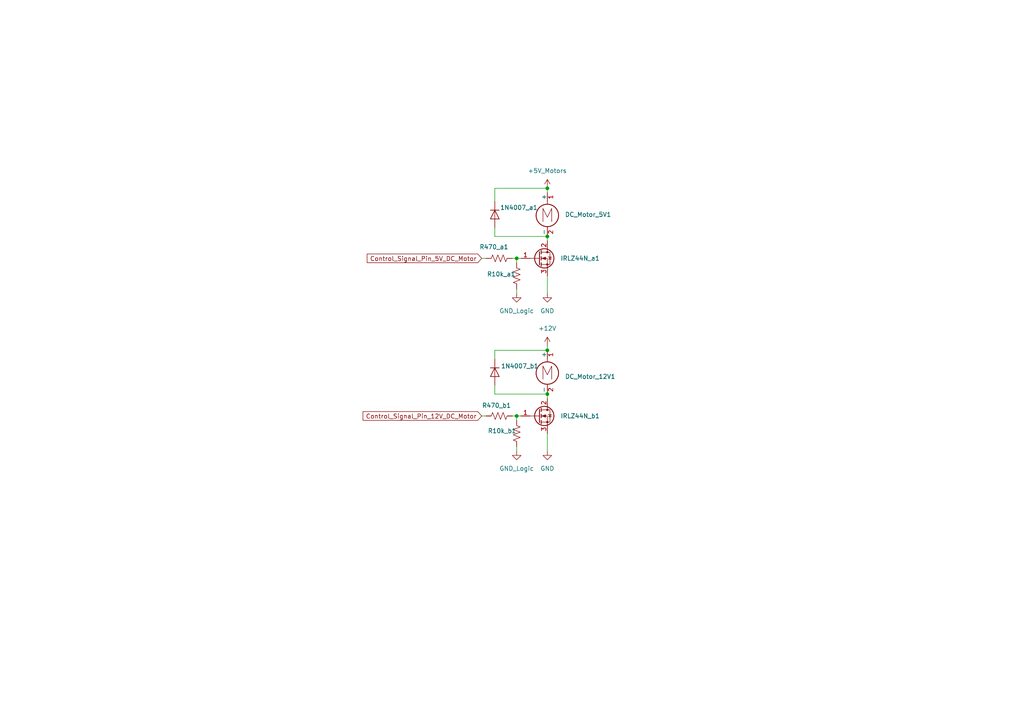
<source format=kicad_sch>
(kicad_sch (version 20231120) (generator "eeschema") (generator_version "8.0")
  (paper "A4")
  (lib_symbols
    (symbol "Device:R_US" (pin_numbers hide) (pin_names (offset 0))
      (property "Reference" "R" (at 2.54 0 90))
      (property "Value" "R_US" (at -2.54 0 90))
      (symbol "R_US_0_1"
        (polyline (pts (xy 0 -2.286) (xy 0 -2.54)))
        (polyline (pts (xy 0 2.286) (xy 0 2.54)))
        (polyline (pts (xy 0 -0.762) (xy 1.016 -1.143) (xy 0 -1.524) (xy -1.016 -1.905) (xy 0 -2.286)))
        (polyline (pts (xy 0 0.762) (xy 1.016 0.381) (xy 0 0) (xy -1.016 -0.381) (xy 0 -0.762)))
        (polyline (pts (xy 0 2.286) (xy 1.016 1.905) (xy 0 1.524) (xy -1.016 1.143) (xy 0 0.762)))
      )
      (symbol "R_US_1_1"
        (pin passive line (at 0 3.81 270) (length 1.27) (name "~") (number "1"))
        (pin passive line (at 0 -3.81 90) (length 1.27) (name "~") (number "2"))
      )
    )
    (symbol "Diode:1N4007" (pin_numbers hide) (pin_names (offset 1.016) hide)
      (property "Reference" "D" (at 0 2.54 0))
      (property "Value" "1N4007" (at 0 -2.54 0))
      (symbol "1N4007_0_1"
        (polyline (pts (xy -1.27 1.27) (xy -1.27 -1.27)) (stroke (width 0.2032)))
        (polyline (pts (xy 1.27 0) (xy -1.27 0)))
        (polyline (pts (xy 1.27 1.27) (xy 1.27 -1.27) (xy -1.27 0) (xy 1.27 1.27)) (stroke (width 0.2032)))
      )
      (symbol "1N4007_1_1"
        (pin passive line (at -3.81 0 0) (length 2.54) (name "K") (number "1"))
        (pin passive line (at 3.81 0 180) (length 2.54) (name "A") (number "2"))
      )
    )
    (symbol "Motor:Motor_DC" (pin_names (offset 0))
      (property "Reference" "M" (at 2.54 2.54 0))
      (property "Value" "Motor_DC" (at 2.54 -5.08 0))
      (symbol "Motor_DC_0_0"
        (polyline (pts (xy -1.27 -3.302) (xy -1.27 0.508) (xy 0 -2.032) (xy 1.27 0.508) (xy 1.27 -3.302)))
      )
      (symbol "Motor_DC_0_1"
        (circle (center 0 -1.524) (radius 3.2512) (stroke (width 0.254)))
        (polyline (pts (xy 0 -7.62) (xy 0 -7.112)))
        (polyline (pts (xy 0 -4.7752) (xy 0 -5.1816)))
        (polyline (pts (xy 0 1.7272) (xy 0 2.0828)))
        (polyline (pts (xy 0 2.032) (xy 0 2.54)))
      )
      (symbol "Motor_DC_1_1"
        (pin passive line (at 0 5.08 270) (length 2.54) (name "+") (number "1"))
        (pin passive line (at 0 -7.62 90) (length 2.54) (name "-") (number "2"))
      )
    )
    (symbol "Transistor_FET:IRLZ44N" (pin_names hide)
      (property "Reference" "Q" (at 6.35 1.905 0))
      (property "Value" "IRLZ44N" (at 6.35 0 0))
      (symbol "IRLZ44N_0_1"
        (polyline (pts (xy 0.254 0) (xy -2.54 0)))
        (polyline (pts (xy 0.254 1.905) (xy 0.254 -1.905)) (stroke (width 0.254)))
        (polyline (pts (xy 0.762 -1.27) (xy 0.762 -2.286)) (stroke (width 0.254)))
        (polyline (pts (xy 0.762 0.508) (xy 0.762 -0.508)) (stroke (width 0.254)))
        (polyline (pts (xy 0.762 2.286) (xy 0.762 1.27)) (stroke (width 0.254)))
        (polyline (pts (xy 2.54 2.54) (xy 2.54 1.778)))
        (polyline (pts (xy 2.54 -2.54) (xy 2.54 0) (xy 0.762 0)))
        (polyline (pts (xy 0.762 -1.778) (xy 3.302 -1.778) (xy 3.302 1.778) (xy 0.762 1.778)))
        (polyline (pts (xy 1.016 0) (xy 2.032 0.381) (xy 2.032 -0.381) (xy 1.016 0)) (fill (type outline)))
        (polyline (pts (xy 2.794 0.508) (xy 2.921 0.381) (xy 3.683 0.381) (xy 3.81 0.254)))
        (polyline (pts (xy 3.302 0.381) (xy 2.921 -0.254) (xy 3.683 -0.254) (xy 3.302 0.381)))
        (circle (center 1.651 0) (radius 2.794) (stroke (width 0.254)))
        (circle (center 2.54 -1.778) (radius 0.254) (fill (type outline)))
        (circle (center 2.54 1.778) (radius 0.254) (fill (type outline)))
      )
      (symbol "IRLZ44N_1_1"
        (pin input line (at -5.08 0 0) (length 2.54) (name "G") (number "1"))
        (pin passive line (at 2.54 5.08 270) (length 2.54) (name "D") (number "2"))
        (pin passive line (at 2.54 -5.08 90) (length 2.54) (name "S") (number "3"))
      )
    )
    (symbol "power:+5V" (power) (pin_names (offset 0))
      (property "Value" "+5V" (at 0 3.556 0))
      (symbol "+5V_0_1"
        (polyline (pts (xy -0.762 1.27) (xy 0 2.54)))
        (polyline (pts (xy 0 0) (xy 0 2.54)))
        (polyline (pts (xy 0 2.54) (xy 0.762 1.27)))
      )
      (symbol "+5V_1_1"
        (pin power_in line (at 0 0 90) (length 0) hide (name "+5V") (number "1"))
      )
    )
    (symbol "power:GND" (power) (pin_names (offset 0))
      (property "Value" "GND" (at 0 -3.81 0))
      (symbol "GND_0_1"
        (polyline (pts (xy 0 0) (xy 0 -1.27) (xy 1.27 -1.27) (xy 0 -2.54) (xy -1.27 -1.27) (xy 0 -1.27)))
      )
      (symbol "GND_1_1"
        (pin power_in line (at 0 0 270) (length 0) hide (name "GND") (number "1"))
      )
    )
  )
  (junction (at 149.86 74.93))
  (junction (at 158.75 68.58))
  (junction (at 158.75 54.61))
  (junction (at 149.86 120.65))
  (junction (at 158.75 114.3))
  (junction (at 158.75 101.6))
  (wire (pts (xy 143.51 101.6) (xy 158.75 101.6)))
  (wire (pts (xy 158.75 80.01) (xy 158.75 85.09)))
  (wire (pts (xy 158.75 54.61) (xy 158.75 55.88)))
  (wire (pts (xy 158.75 68.58) (xy 158.75 69.85)))
  (wire (pts (xy 139.7 120.65) (xy 140.97 120.65)))
  (wire (pts (xy 143.51 66.04) (xy 143.51 68.58)))
  (wire (pts (xy 139.7 74.93) (xy 140.97 74.93)))
  (wire (pts (xy 148.59 74.93) (xy 149.86 74.93)))
  (wire (pts (xy 149.86 129.54) (xy 149.86 130.81)))
  (wire (pts (xy 143.51 114.3) (xy 158.75 114.3)))
  (wire (pts (xy 148.59 120.65) (xy 149.86 120.65)))
  (wire (pts (xy 143.51 111.76) (xy 143.51 114.3)))
  (wire (pts (xy 149.86 83.82) (xy 149.86 85.09)))
  (wire (pts (xy 143.51 68.58) (xy 158.75 68.58)))
  (wire (pts (xy 158.75 125.73) (xy 158.75 130.81)))
  (wire (pts (xy 149.86 120.65) (xy 149.86 121.92)))
  (wire (pts (xy 143.51 58.42) (xy 143.51 54.61)))
  (wire (pts (xy 143.51 104.14) (xy 143.51 101.6)))
  (wire (pts (xy 149.86 74.93) (xy 149.86 76.2)))
  (wire (pts (xy 149.86 120.65) (xy 151.13 120.65)))
  (wire (pts (xy 158.75 114.3) (xy 158.75 115.57)))
  (wire (pts (xy 158.75 100.33) (xy 158.75 101.6)))
  (wire (pts (xy 149.86 74.93) (xy 151.13 74.93)))
  (wire (pts (xy 143.51 54.61) (xy 158.75 54.61)))
  (global_label "Control_Signal_Pin_12V_DC_Motor" (shape input) (at 139.7 120.65 180) (property "Intersheetrefs" "${INTERSHEET_REFS}" (effects (hide yes))))
  (global_label "Control_Signal_Pin_5V_DC_Motor" (shape input) (at 139.7 74.93 180) (property "Intersheetrefs" "${INTERSHEET_REFS}" (effects (hide yes))))
  (symbol (lib_id "Motor:Motor_DC") (at 158.75 60.96 0) (unit 1)
    (property "Reference" "DC_Motor_5V1" (at 163.83 62.2299 0) (effects (justify left)))
    (property "Value" "DC_Motor_5V" (effects (hide yes)))
    (property "Footprint" "TerminalBlock_Phoenix:TerminalBlock_Phoenix_MKDS-1,5-2-5.08_1x02_P5.08mm_Horizontal" (effects (hide yes)))
    (property "Description" "DC Motor" (effects (hide yes)))
  )
  (symbol (lib_id "power:GND") (at 158.75 85.09 0) (unit 1)
    (property "Reference" "#PWR8" (effects (hide yes)))
    (property "Value" "GND" (at 158.75 90.17 0))
    (property "Description" "Power symbol creates a global label with name \"GND\" , ground" (effects (hide yes)))
  )
  (symbol (lib_id "Device:R_US") (at 144.78 74.93 90) (unit 1)
    (property "Reference" "R470_a1" (at 143.256 71.628 90))
    (property "Value" "470" (effects (hide yes)))
    (property "Footprint" "Resistor_THT:R_Axial_DIN0207_L6.3mm_D2.5mm_P7.62mm_Horizontal" (effects (hide yes)))
    (property "Description" "Resistor, US symbol" (effects (hide yes)))
  )
  (symbol (lib_id "Device:R_US") (at 149.86 80.01 180) (unit 1)
    (property "Reference" "R10k_a1" (at 141.224 79.502 0) (effects (justify right)))
    (property "Value" "10k" (effects (hide yes)))
    (property "Footprint" "Resistor_THT:R_Axial_DIN0207_L6.3mm_D2.5mm_P7.62mm_Horizontal" (effects (hide yes)))
    (property "Description" "Resistor, US symbol" (effects (hide yes)))
  )
  (symbol (lib_id "power:GND") (at 149.86 130.81 0) (unit 1)
    (property "Reference" "#PWR6" (effects (hide yes)))
    (property "Value" "GND_Logic" (at 149.86 135.89 0))
    (property "Description" "Power symbol creates a global label with name \"GND\" , ground" (effects (hide yes)))
  )
  (symbol (lib_id "Transistor_FET:IRLZ44N") (at 156.21 120.65 0) (unit 1)
    (property "Reference" "IRLZ44N_b1" (at 162.56 120.6499 0) (effects (justify left)))
    (property "Value" "IRLZ44N" (effects (hide yes)))
    (property "Footprint" "Package_TO_SOT_THT:TO-220-3_Vertical" (effects (hide yes)))
    (property "Datasheet" "http://www.irf.com/product-info/datasheets/data/irlz44n.pdf" (effects (hide yes)))
    (property "Description" "47A Id, 55V Vds, Single N-Channel HEXFET Power MOSFET, 22mOhm Ron, TO-220AB" (effects (hide yes)))
  )
  (symbol (lib_id "power:+5V") (at 158.75 54.61 0) (unit 1)
    (property "Reference" "#PWR7" (effects (hide yes)))
    (property "Value" "+5V_Motors" (at 158.75 49.53 0))
    (property "Description" "Power symbol creates a global label with name \"+5V\"" (effects (hide yes)))
  )
  (symbol (lib_id "Motor:Motor_DC") (at 158.75 106.68 0) (unit 1)
    (property "Reference" "DC_Motor_12V1" (at 163.83 109.2199 0) (effects (justify left)))
    (property "Value" "DC_Motor_12V" (effects (hide yes)))
    (property "Footprint" "TerminalBlock_Phoenix:TerminalBlock_Phoenix_MKDS-1,5-2-5.08_1x02_P5.08mm_Horizontal" (effects (hide yes)))
    (property "Description" "DC Motor" (effects (hide yes)))
  )
  (symbol (lib_id "power:GND") (at 149.86 85.09 0) (unit 1)
    (property "Reference" "#PWR5" (effects (hide yes)))
    (property "Value" "GND_Logic" (at 149.86 90.17 0))
    (property "Description" "Power symbol creates a global label with name \"GND\" , ground" (effects (hide yes)))
  )
  (symbol (lib_id "Transistor_FET:IRLZ44N") (at 156.21 74.93 0) (unit 1)
    (property "Reference" "IRLZ44N_a1" (at 162.56 74.9299 0) (effects (justify left)))
    (property "Value" "IRLZ44N" (effects (hide yes)))
    (property "Footprint" "Package_TO_SOT_THT:TO-220-3_Vertical" (effects (hide yes)))
    (property "Datasheet" "http://www.irf.com/product-info/datasheets/data/irlz44n.pdf" (effects (hide yes)))
    (property "Description" "47A Id, 55V Vds, Single N-Channel HEXFET Power MOSFET, 22mOhm Ron, TO-220AB" (effects (hide yes)))
  )
  (symbol (lib_id "power:GND") (at 158.75 130.81 0) (unit 1)
    (property "Reference" "#PWR10" (effects (hide yes)))
    (property "Value" "GND" (at 158.75 135.89 0))
    (property "Description" "Power symbol creates a global label with name \"GND\" , ground" (effects (hide yes)))
  )
  (symbol (lib_id "power:+5V") (at 158.75 100.33 0) (unit 1)
    (property "Reference" "#PWR9" (effects (hide yes)))
    (property "Value" "+12V" (at 158.75 95.25 0))
    (property "Description" "Power symbol creates a global label with name \"+5V\"" (effects (hide yes)))
  )
  (symbol (lib_id "Diode:1N4007") (at 143.51 107.95 270) (unit 1)
    (property "Reference" "1N4007_b1" (at 145.288 106.172 90) (effects (justify left)))
    (property "Value" "1N4007" (effects (hide yes)))
    (property "Footprint" "Diode_THT:D_DO-41_SOD81_P10.16mm_Horizontal" (effects (hide yes)))
    (property "Datasheet" "http://www.vishay.com/docs/88503/1n4001.pdf" (effects (hide yes)))
    (property "Description" "1000V 1A General Purpose Rectifier Diode, DO-41" (effects (hide yes)))
  )
  (symbol (lib_id "Diode:1N4007") (at 143.51 62.23 270) (unit 1)
    (property "Reference" "1N4007_a1" (at 145.034 60.198 90) (effects (justify left)))
    (property "Value" "1N4007" (effects (hide yes)))
    (property "Footprint" "Diode_THT:D_DO-41_SOD81_P10.16mm_Horizontal" (effects (hide yes)))
    (property "Datasheet" "http://www.vishay.com/docs/88503/1n4001.pdf" (effects (hide yes)))
    (property "Description" "1000V 1A General Purpose Rectifier Diode, DO-41" (effects (hide yes)))
  )
  (symbol (lib_id "Device:R_US") (at 149.86 125.73 180) (unit 1)
    (property "Reference" "R10k_b1" (at 141.478 124.968 0) (effects (justify right)))
    (property "Value" "10k" (effects (hide yes)))
    (property "Footprint" "Resistor_THT:R_Axial_DIN0207_L6.3mm_D2.5mm_P7.62mm_Horizontal" (effects (hide yes)))
    (property "Description" "Resistor, US symbol" (effects (hide yes)))
  )
  (symbol (lib_id "Device:R_US") (at 144.78 120.65 90) (unit 1)
    (property "Reference" "R470_b1" (at 144.018 117.602 90))
    (property "Value" "470" (effects (hide yes)))
    (property "Footprint" "Resistor_THT:R_Axial_DIN0207_L6.3mm_D2.5mm_P7.62mm_Horizontal" (effects (hide yes)))
    (property "Description" "Resistor, US symbol" (effects (hide yes)))
  )
)
</source>
